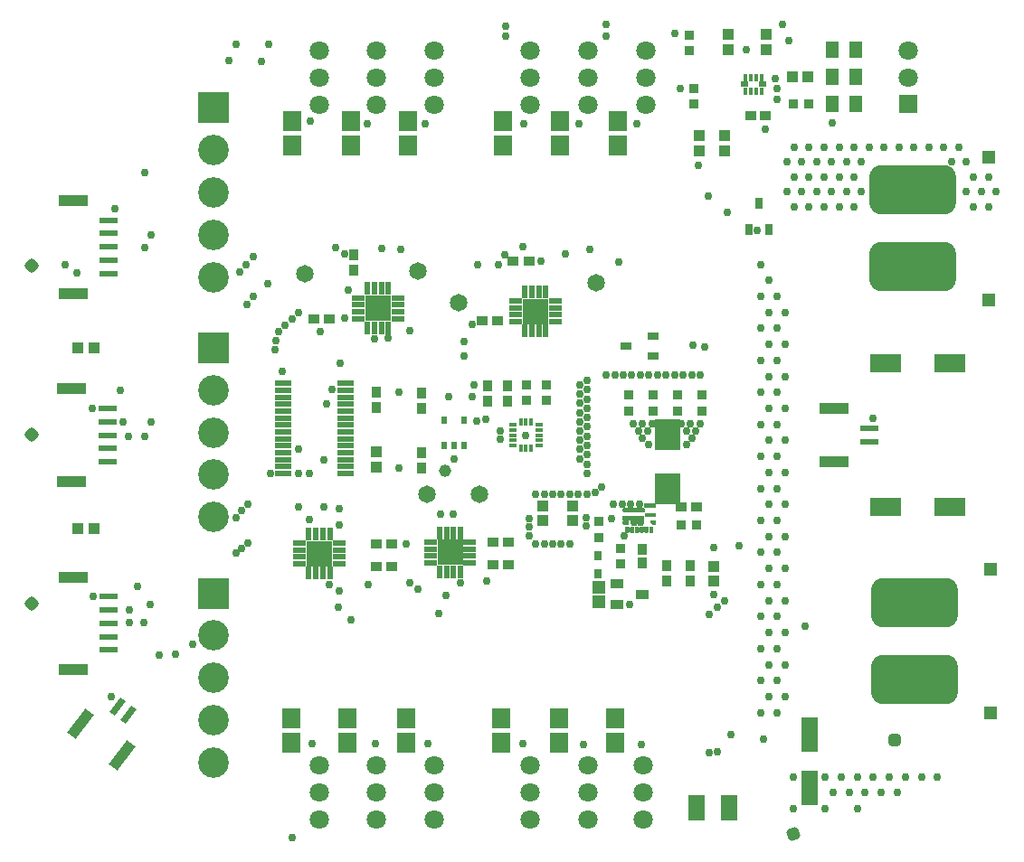
<source format=gts>
G04*
G04 #@! TF.GenerationSoftware,Altium Limited,Altium Designer,24.1.2 (44)*
G04*
G04 Layer_Color=8388736*
%FSLAX25Y25*%
%MOIN*%
G70*
G04*
G04 #@! TF.SameCoordinates,2D7E79AC-0914-4B2E-807A-CDA8686B17FA*
G04*
G04*
G04 #@! TF.FilePolarity,Negative*
G04*
G01*
G75*
%ADD16R,0.09252X0.09252*%
%ADD17R,0.04724X0.01968*%
%ADD18R,0.01968X0.04724*%
%ADD19R,0.11024X0.03937*%
%ADD20R,0.06693X0.02362*%
G04:AMPARAMS|DCode=21|XSize=39.37mil|YSize=110.24mil|CornerRadius=0mil|HoleSize=0mil|Usage=FLASHONLY|Rotation=323.000|XOffset=0mil|YOffset=0mil|HoleType=Round|Shape=Rectangle|*
%AMROTATEDRECTD21*
4,1,4,-0.04889,-0.03217,0.01745,0.05587,0.04889,0.03217,-0.01745,-0.05587,-0.04889,-0.03217,0.0*
%
%ADD21ROTATEDRECTD21*%

G04:AMPARAMS|DCode=22|XSize=23.62mil|YSize=66.93mil|CornerRadius=0mil|HoleSize=0mil|Usage=FLASHONLY|Rotation=323.000|XOffset=0mil|YOffset=0mil|HoleType=Round|Shape=Rectangle|*
%AMROTATEDRECTD22*
4,1,4,-0.02957,-0.01962,0.01071,0.03383,0.02957,0.01962,-0.01071,-0.03383,-0.02957,-0.01962,0.0*
%
%ADD22ROTATEDRECTD22*%

%ADD23R,0.09252X0.11221*%
%ADD24R,0.02953X0.03937*%
%ADD25R,0.03937X0.02953*%
%ADD26R,0.03071X0.01968*%
%ADD27R,0.01772X0.02874*%
%ADD28R,0.01575X0.02874*%
%ADD29R,0.03775X0.03591*%
%ADD30R,0.03961X0.04153*%
%ADD31R,0.04153X0.03961*%
%ADD32R,0.07111X0.07303*%
%ADD33R,0.06496X0.09252*%
%ADD34R,0.03773X0.03963*%
%ADD35R,0.03591X0.03775*%
%ADD36R,0.03591X0.04154*%
%ADD37R,0.04154X0.03591*%
%ADD38R,0.03591X0.04453*%
%ADD39R,0.04528X0.03347*%
%ADD40R,0.03788X0.03766*%
%ADD41R,0.03150X0.03543*%
%ADD42R,0.04921X0.04528*%
%ADD43R,0.06398X0.02362*%
%ADD44R,0.06299X0.12598*%
%ADD45R,0.02165X0.03150*%
%ADD46R,0.03812X0.03963*%
%ADD47R,0.03591X0.03970*%
%ADD48R,0.11614X0.06890*%
%ADD49R,0.03772X0.03591*%
%ADD50R,0.03961X0.04351*%
%ADD51R,0.03591X0.03772*%
G04:AMPARAMS|DCode=52|XSize=320.87mil|YSize=183.07mil|CornerRadius=47.24mil|HoleSize=0mil|Usage=FLASHONLY|Rotation=0.000|XOffset=0mil|YOffset=0mil|HoleType=Round|Shape=RoundedRectangle|*
%AMROUNDEDRECTD52*
21,1,0.32087,0.08858,0,0,0.0*
21,1,0.22638,0.18307,0,0,0.0*
1,1,0.09449,0.11319,-0.04429*
1,1,0.09449,-0.11319,-0.04429*
1,1,0.09449,-0.11319,0.04429*
1,1,0.09449,0.11319,0.04429*
%
%ADD52ROUNDEDRECTD52*%
%ADD53R,0.04433X0.03773*%
%ADD54R,0.02559X0.01772*%
%ADD55R,0.01772X0.02559*%
G04:AMPARAMS|DCode=56|XSize=45.28mil|YSize=45.28mil|CornerRadius=12.8mil|HoleSize=0mil|Usage=FLASHONLY|Rotation=112.000|XOffset=0mil|YOffset=0mil|HoleType=Round|Shape=RoundedRectangle|*
%AMROUNDEDRECTD56*
21,1,0.04528,0.01968,0,0,112.0*
21,1,0.01968,0.04528,0,0,112.0*
1,1,0.02559,0.00544,0.01281*
1,1,0.02559,0.01281,-0.00544*
1,1,0.02559,-0.00544,-0.01281*
1,1,0.02559,-0.01281,0.00544*
%
%ADD56ROUNDEDRECTD56*%
G04:AMPARAMS|DCode=57|XSize=45.28mil|YSize=45.28mil|CornerRadius=12.8mil|HoleSize=0mil|Usage=FLASHONLY|Rotation=135.000|XOffset=0mil|YOffset=0mil|HoleType=Round|Shape=RoundedRectangle|*
%AMROUNDEDRECTD57*
21,1,0.04528,0.01968,0,0,135.0*
21,1,0.01968,0.04528,0,0,135.0*
1,1,0.02559,0.00000,0.01392*
1,1,0.02559,0.01392,0.00000*
1,1,0.02559,0.00000,-0.01392*
1,1,0.02559,-0.01392,0.00000*
%
%ADD57ROUNDEDRECTD57*%
G04:AMPARAMS|DCode=58|XSize=45.28mil|YSize=45.28mil|CornerRadius=12.8mil|HoleSize=0mil|Usage=FLASHONLY|Rotation=225.000|XOffset=0mil|YOffset=0mil|HoleType=Round|Shape=RoundedRectangle|*
%AMROUNDEDRECTD58*
21,1,0.04528,0.01968,0,0,225.0*
21,1,0.01968,0.04528,0,0,225.0*
1,1,0.02559,-0.01392,0.00000*
1,1,0.02559,0.00000,0.01392*
1,1,0.02559,0.01392,0.00000*
1,1,0.02559,0.00000,-0.01392*
%
%ADD58ROUNDEDRECTD58*%
G04:AMPARAMS|DCode=59|XSize=45.28mil|YSize=45.28mil|CornerRadius=12.8mil|HoleSize=0mil|Usage=FLASHONLY|Rotation=0.000|XOffset=0mil|YOffset=0mil|HoleType=Round|Shape=RoundedRectangle|*
%AMROUNDEDRECTD59*
21,1,0.04528,0.01968,0,0,0.0*
21,1,0.01968,0.04528,0,0,0.0*
1,1,0.02559,0.00984,-0.00984*
1,1,0.02559,-0.00984,-0.00984*
1,1,0.02559,-0.00984,0.00984*
1,1,0.02559,0.00984,0.00984*
%
%ADD59ROUNDEDRECTD59*%
%ADD60C,0.07087*%
%ADD61C,0.11221*%
%ADD62R,0.11221X0.11221*%
%ADD63R,0.04528X0.04528*%
%ADD64R,0.07087X0.07087*%
%ADD65R,0.04528X0.06496*%
%ADD66C,0.02953*%
%ADD67C,0.06496*%
%ADD68C,0.04528*%
G36*
X-21341Y-222010D02*
X-21305Y-222019D01*
X-21270Y-222033D01*
X-21239Y-222052D01*
X-21210Y-222077D01*
X-21053Y-222234D01*
X-21029Y-222262D01*
X-21009Y-222294D01*
X-20995Y-222328D01*
X-20986Y-222364D01*
X-20983Y-222402D01*
Y-223189D01*
X-20986Y-223226D01*
X-20995Y-223262D01*
X-21009Y-223296D01*
X-21029Y-223328D01*
X-21053Y-223357D01*
X-21210Y-223514D01*
X-21239Y-223538D01*
X-21270Y-223558D01*
X-21305Y-223572D01*
X-21341Y-223581D01*
X-21378Y-223583D01*
X-25157D01*
X-25195Y-223581D01*
X-25231Y-223572D01*
X-25265Y-223558D01*
X-25297Y-223538D01*
X-25325Y-223514D01*
X-25349Y-223486D01*
X-25369Y-223454D01*
X-25383Y-223420D01*
X-25392Y-223383D01*
X-25394Y-223346D01*
Y-222244D01*
X-25392Y-222207D01*
X-25383Y-222171D01*
X-25369Y-222136D01*
X-25349Y-222105D01*
X-25325Y-222077D01*
X-25297Y-222052D01*
X-25265Y-222033D01*
X-25231Y-222019D01*
X-25195Y-222010D01*
X-25157Y-222007D01*
X-21378D01*
X-21341Y-222010D01*
D02*
G37*
G36*
X-25396Y-223782D02*
X-25360Y-223790D01*
X-25326Y-223805D01*
X-25294Y-223824D01*
X-25265Y-223848D01*
X-25241Y-223877D01*
X-25222Y-223908D01*
X-25208Y-223942D01*
X-25199Y-223979D01*
X-25196Y-224016D01*
Y-225118D01*
X-25199Y-225155D01*
X-25208Y-225191D01*
X-25222Y-225226D01*
X-25241Y-225257D01*
X-25265Y-225286D01*
X-25294Y-225310D01*
X-25326Y-225329D01*
X-25360Y-225343D01*
X-25396Y-225352D01*
X-25433Y-225355D01*
X-32874D01*
X-32911Y-225352D01*
X-32947Y-225343D01*
X-32982Y-225329D01*
X-33013Y-225310D01*
X-33042Y-225286D01*
X-33199Y-225128D01*
X-33223Y-225100D01*
X-33243Y-225068D01*
X-33257Y-225034D01*
X-33266Y-224998D01*
X-33268Y-224961D01*
Y-224173D01*
X-33266Y-224136D01*
X-33257Y-224100D01*
X-33243Y-224066D01*
X-33223Y-224034D01*
X-33199Y-224006D01*
X-33042Y-223848D01*
X-33013Y-223824D01*
X-32982Y-223805D01*
X-32947Y-223790D01*
X-32911Y-223782D01*
X-32874Y-223779D01*
X-25433D01*
X-25396Y-223782D01*
D02*
G37*
G36*
X-21083Y-227126D02*
X-25138D01*
Y-225551D01*
X-21083D01*
Y-227126D01*
D02*
G37*
G36*
X-25473Y-228189D02*
X-33347D01*
Y-226614D01*
X-25473D01*
Y-228189D01*
D02*
G37*
G36*
X-21183Y-228388D02*
X-21147Y-228397D01*
X-21113Y-228411D01*
X-21081Y-228430D01*
X-21053Y-228454D01*
X-21029Y-228483D01*
X-21009Y-228515D01*
X-20995Y-228549D01*
X-20986Y-228585D01*
X-20983Y-228622D01*
Y-229724D01*
X-20986Y-229762D01*
X-20995Y-229798D01*
X-21009Y-229832D01*
X-21029Y-229864D01*
X-21053Y-229892D01*
X-21081Y-229916D01*
X-21113Y-229936D01*
X-21147Y-229950D01*
X-21183Y-229958D01*
X-21220Y-229961D01*
X-22157D01*
X-22194Y-229958D01*
X-22230Y-229950D01*
X-22264Y-229936D01*
X-22296Y-229916D01*
X-22324Y-229892D01*
X-23160Y-229057D01*
X-23184Y-229029D01*
X-23196Y-229009D01*
X-23203Y-228997D01*
X-23207Y-228987D01*
X-23217Y-228962D01*
X-23226Y-228926D01*
X-23229Y-228889D01*
Y-228622D01*
X-23226Y-228585D01*
X-23217Y-228549D01*
X-23203Y-228515D01*
X-23184Y-228483D01*
X-23160Y-228454D01*
X-23131Y-228430D01*
X-23100Y-228411D01*
X-23065Y-228397D01*
X-23029Y-228388D01*
X-22992Y-228385D01*
X-21220D01*
X-21183Y-228388D01*
D02*
G37*
G36*
X-31223D02*
X-31187Y-228397D01*
X-31152Y-228411D01*
X-31121Y-228430D01*
X-31092Y-228454D01*
X-31068Y-228483D01*
X-31049Y-228515D01*
X-31034Y-228549D01*
X-31026Y-228585D01*
X-31023Y-228622D01*
Y-229724D01*
X-31026Y-229762D01*
X-31034Y-229798D01*
X-31049Y-229832D01*
X-31068Y-229864D01*
X-31092Y-229892D01*
X-31121Y-229916D01*
X-31152Y-229936D01*
X-31187Y-229950D01*
X-31223Y-229958D01*
X-31260Y-229961D01*
X-32874D01*
X-32911Y-229958D01*
X-32947Y-229950D01*
X-32982Y-229936D01*
X-33013Y-229916D01*
X-33042Y-229892D01*
X-33199Y-229734D01*
X-33223Y-229706D01*
X-33243Y-229675D01*
X-33257Y-229640D01*
X-33266Y-229604D01*
X-33268Y-229567D01*
Y-228780D01*
X-33266Y-228743D01*
X-33257Y-228706D01*
X-33243Y-228672D01*
X-33223Y-228640D01*
X-33199Y-228612D01*
X-33042Y-228454D01*
X-33013Y-228430D01*
X-32982Y-228411D01*
X-32947Y-228397D01*
X-32911Y-228388D01*
X-32874Y-228385D01*
X-31260D01*
X-31223Y-228388D01*
D02*
G37*
G36*
X-22109Y-230632D02*
X-22072Y-230641D01*
X-22038Y-230655D01*
X-22006Y-230674D01*
X-21978Y-230699D01*
X-21954Y-230727D01*
X-21935Y-230759D01*
X-21920Y-230793D01*
X-21912Y-230829D01*
X-21909Y-230866D01*
Y-232480D01*
X-21912Y-232517D01*
X-21920Y-232554D01*
X-21935Y-232588D01*
X-21954Y-232620D01*
X-21978Y-232648D01*
X-22136Y-232805D01*
X-22164Y-232829D01*
X-22196Y-232849D01*
X-22230Y-232863D01*
X-22266Y-232872D01*
X-22303Y-232875D01*
X-23091D01*
X-23128Y-232872D01*
X-23164Y-232863D01*
X-23198Y-232849D01*
X-23230Y-232829D01*
X-23258Y-232805D01*
X-23416Y-232648D01*
X-23440Y-232620D01*
X-23459Y-232588D01*
X-23473Y-232554D01*
X-23482Y-232517D01*
X-23485Y-232480D01*
Y-230866D01*
X-23482Y-230829D01*
X-23473Y-230793D01*
X-23459Y-230759D01*
X-23440Y-230727D01*
X-23416Y-230699D01*
X-23387Y-230674D01*
X-23356Y-230655D01*
X-23321Y-230641D01*
X-23285Y-230632D01*
X-23248Y-230629D01*
X-22146D01*
X-22109Y-230632D01*
D02*
G37*
G36*
X-23880D02*
X-23844Y-230641D01*
X-23810Y-230655D01*
X-23778Y-230674D01*
X-23750Y-230699D01*
X-23726Y-230727D01*
X-23706Y-230759D01*
X-23692Y-230793D01*
X-23683Y-230829D01*
X-23680Y-230866D01*
Y-232480D01*
X-23683Y-232517D01*
X-23692Y-232554D01*
X-23706Y-232588D01*
X-23726Y-232620D01*
X-23750Y-232648D01*
X-23907Y-232805D01*
X-23935Y-232829D01*
X-23967Y-232849D01*
X-24002Y-232863D01*
X-24038Y-232872D01*
X-24075Y-232875D01*
X-24862D01*
X-24899Y-232872D01*
X-24935Y-232863D01*
X-24970Y-232849D01*
X-25001Y-232829D01*
X-25030Y-232805D01*
X-25187Y-232648D01*
X-25211Y-232620D01*
X-25231Y-232588D01*
X-25245Y-232554D01*
X-25254Y-232517D01*
X-25257Y-232480D01*
Y-230866D01*
X-25254Y-230829D01*
X-25245Y-230793D01*
X-25231Y-230759D01*
X-25211Y-230727D01*
X-25187Y-230699D01*
X-25159Y-230674D01*
X-25127Y-230655D01*
X-25093Y-230641D01*
X-25057Y-230632D01*
X-25020Y-230629D01*
X-23917D01*
X-23880Y-230632D01*
D02*
G37*
G36*
X-25652D02*
X-25616Y-230641D01*
X-25581Y-230655D01*
X-25550Y-230674D01*
X-25521Y-230699D01*
X-25497Y-230727D01*
X-25478Y-230759D01*
X-25464Y-230793D01*
X-25455Y-230829D01*
X-25452Y-230866D01*
Y-232480D01*
X-25455Y-232517D01*
X-25464Y-232554D01*
X-25478Y-232588D01*
X-25497Y-232620D01*
X-25521Y-232648D01*
X-25679Y-232805D01*
X-25707Y-232829D01*
X-25739Y-232849D01*
X-25773Y-232863D01*
X-25809Y-232872D01*
X-25846Y-232875D01*
X-26634D01*
X-26671Y-232872D01*
X-26707Y-232863D01*
X-26741Y-232849D01*
X-26773Y-232829D01*
X-26801Y-232805D01*
X-26959Y-232648D01*
X-26983Y-232620D01*
X-27003Y-232588D01*
X-27017Y-232554D01*
X-27025Y-232517D01*
X-27028Y-232480D01*
Y-230866D01*
X-27025Y-230829D01*
X-27017Y-230793D01*
X-27003Y-230759D01*
X-26983Y-230727D01*
X-26959Y-230699D01*
X-26931Y-230674D01*
X-26899Y-230655D01*
X-26865Y-230641D01*
X-26828Y-230632D01*
X-26791Y-230629D01*
X-25689D01*
X-25652Y-230632D01*
D02*
G37*
G36*
X-27424D02*
X-27387Y-230641D01*
X-27353Y-230655D01*
X-27321Y-230674D01*
X-27293Y-230699D01*
X-27269Y-230727D01*
X-27250Y-230759D01*
X-27235Y-230793D01*
X-27227Y-230829D01*
X-27224Y-230866D01*
Y-232480D01*
X-27227Y-232517D01*
X-27235Y-232554D01*
X-27250Y-232588D01*
X-27269Y-232620D01*
X-27293Y-232648D01*
X-27451Y-232805D01*
X-27479Y-232829D01*
X-27511Y-232849D01*
X-27545Y-232863D01*
X-27581Y-232872D01*
X-27618Y-232875D01*
X-28405D01*
X-28443Y-232872D01*
X-28479Y-232863D01*
X-28513Y-232849D01*
X-28545Y-232829D01*
X-28573Y-232805D01*
X-28730Y-232648D01*
X-28755Y-232620D01*
X-28774Y-232588D01*
X-28788Y-232554D01*
X-28797Y-232517D01*
X-28800Y-232480D01*
Y-230866D01*
X-28797Y-230829D01*
X-28788Y-230793D01*
X-28774Y-230759D01*
X-28755Y-230727D01*
X-28730Y-230699D01*
X-28702Y-230674D01*
X-28671Y-230655D01*
X-28636Y-230641D01*
X-28600Y-230632D01*
X-28563Y-230629D01*
X-27461D01*
X-27424Y-230632D01*
D02*
G37*
G36*
X-29195D02*
X-29159Y-230641D01*
X-29125Y-230655D01*
X-29093Y-230674D01*
X-29065Y-230699D01*
X-29041Y-230727D01*
X-29021Y-230759D01*
X-29007Y-230793D01*
X-28998Y-230829D01*
X-28995Y-230866D01*
Y-232480D01*
X-28998Y-232517D01*
X-29007Y-232554D01*
X-29021Y-232588D01*
X-29041Y-232620D01*
X-29065Y-232648D01*
X-29222Y-232805D01*
X-29250Y-232829D01*
X-29282Y-232849D01*
X-29317Y-232863D01*
X-29353Y-232872D01*
X-29390Y-232875D01*
X-30177D01*
X-30214Y-232872D01*
X-30250Y-232863D01*
X-30285Y-232849D01*
X-30316Y-232829D01*
X-30345Y-232805D01*
X-30502Y-232648D01*
X-30526Y-232620D01*
X-30546Y-232588D01*
X-30560Y-232554D01*
X-30569Y-232517D01*
X-30572Y-232480D01*
Y-230866D01*
X-30569Y-230829D01*
X-30560Y-230793D01*
X-30546Y-230759D01*
X-30526Y-230727D01*
X-30502Y-230699D01*
X-30474Y-230674D01*
X-30442Y-230655D01*
X-30408Y-230641D01*
X-30372Y-230632D01*
X-30335Y-230629D01*
X-29232D01*
X-29195Y-230632D01*
D02*
G37*
G36*
X-30967D02*
X-30931Y-230641D01*
X-30896Y-230655D01*
X-30865Y-230674D01*
X-30836Y-230699D01*
X-30812Y-230727D01*
X-30793Y-230759D01*
X-30779Y-230793D01*
X-30770Y-230829D01*
X-30767Y-230866D01*
Y-232480D01*
X-30770Y-232517D01*
X-30779Y-232554D01*
X-30793Y-232588D01*
X-30812Y-232620D01*
X-30836Y-232648D01*
X-30994Y-232805D01*
X-31022Y-232829D01*
X-31054Y-232849D01*
X-31088Y-232863D01*
X-31124Y-232872D01*
X-31161Y-232875D01*
X-31949D01*
X-31986Y-232872D01*
X-32022Y-232863D01*
X-32056Y-232849D01*
X-32088Y-232829D01*
X-32116Y-232805D01*
X-32274Y-232648D01*
X-32298Y-232620D01*
X-32317Y-232588D01*
X-32332Y-232554D01*
X-32340Y-232517D01*
X-32343Y-232480D01*
Y-230866D01*
X-32340Y-230829D01*
X-32332Y-230793D01*
X-32317Y-230759D01*
X-32298Y-230727D01*
X-32274Y-230699D01*
X-32246Y-230674D01*
X-32214Y-230655D01*
X-32179Y-230641D01*
X-32143Y-230632D01*
X-32106Y-230629D01*
X-31004D01*
X-30967Y-230632D01*
D02*
G37*
D16*
X-96850Y-240118D02*
D03*
X-145059Y-240512D02*
D03*
X-123427Y-150049D02*
D03*
X-65402Y-151166D02*
D03*
D17*
X-137776Y-244350D02*
D03*
Y-241791D02*
D03*
Y-239232D02*
D03*
Y-236673D02*
D03*
X-152342D02*
D03*
Y-239232D02*
D03*
Y-241791D02*
D03*
Y-244350D02*
D03*
X-89567Y-243957D02*
D03*
Y-241398D02*
D03*
Y-238839D02*
D03*
Y-236280D02*
D03*
X-104134D02*
D03*
Y-238839D02*
D03*
Y-241398D02*
D03*
Y-243957D02*
D03*
X-116144Y-146211D02*
D03*
Y-148770D02*
D03*
Y-151329D02*
D03*
Y-153888D02*
D03*
X-130711D02*
D03*
Y-151329D02*
D03*
Y-148770D02*
D03*
Y-146211D02*
D03*
X-72686Y-147327D02*
D03*
Y-149886D02*
D03*
Y-152445D02*
D03*
Y-155004D02*
D03*
X-58119D02*
D03*
Y-152445D02*
D03*
Y-149886D02*
D03*
Y-147327D02*
D03*
D18*
X-141220Y-233228D02*
D03*
X-143780D02*
D03*
X-146339D02*
D03*
X-148898D02*
D03*
Y-247795D02*
D03*
X-146339D02*
D03*
X-143780D02*
D03*
X-141220D02*
D03*
X-93012Y-232835D02*
D03*
X-95571D02*
D03*
X-98130D02*
D03*
X-100689D02*
D03*
Y-247402D02*
D03*
X-98130D02*
D03*
X-95571D02*
D03*
X-93012D02*
D03*
X-127266Y-142766D02*
D03*
X-124707D02*
D03*
X-122148D02*
D03*
X-119589D02*
D03*
Y-157333D02*
D03*
X-122148D02*
D03*
X-124707D02*
D03*
X-127266D02*
D03*
X-69241Y-158449D02*
D03*
X-66682D02*
D03*
X-64123D02*
D03*
X-61564D02*
D03*
Y-143882D02*
D03*
X-64123D02*
D03*
X-66682D02*
D03*
X-69241D02*
D03*
D19*
X44453Y-206594D02*
D03*
Y-187106D02*
D03*
X-235827Y-249193D02*
D03*
Y-283445D02*
D03*
Y-144508D02*
D03*
Y-110256D02*
D03*
X-236280Y-213976D02*
D03*
Y-179724D02*
D03*
D20*
X57642Y-194390D02*
D03*
Y-199311D02*
D03*
X-222638Y-256476D02*
D03*
Y-261398D02*
D03*
Y-266319D02*
D03*
Y-271240D02*
D03*
Y-276161D02*
D03*
Y-137224D02*
D03*
Y-132303D02*
D03*
Y-127382D02*
D03*
Y-122461D02*
D03*
Y-117539D02*
D03*
X-223091Y-206693D02*
D03*
Y-201772D02*
D03*
Y-196850D02*
D03*
Y-191929D02*
D03*
Y-187008D02*
D03*
D21*
X-217598Y-314941D02*
D03*
X-233162Y-303213D02*
D03*
D22*
X-219408Y-297063D02*
D03*
X-215478Y-300025D02*
D03*
D23*
X-16863Y-216605D02*
D03*
Y-196526D02*
D03*
D24*
X13184Y-121019D02*
D03*
X20665D02*
D03*
X16924Y-111177D02*
D03*
D25*
X-22146Y-167757D02*
D03*
Y-160277D02*
D03*
X-31989Y-164017D02*
D03*
D26*
X18228Y-67480D02*
D03*
X11457D02*
D03*
D27*
X17795Y-70000D02*
D03*
X11890D02*
D03*
Y-64961D02*
D03*
X17795D02*
D03*
D28*
X15827Y-70000D02*
D03*
X13858D02*
D03*
Y-64961D02*
D03*
X15827D02*
D03*
D29*
X29441Y-74679D02*
D03*
X35163D02*
D03*
D30*
X4370Y-86412D02*
D03*
Y-92126D02*
D03*
X-5118Y-86412D02*
D03*
Y-92126D02*
D03*
X-123980Y-208811D02*
D03*
Y-203097D02*
D03*
X5565Y-54808D02*
D03*
Y-49095D02*
D03*
X19646Y-54808D02*
D03*
Y-49095D02*
D03*
D31*
X34974Y-64684D02*
D03*
X29260D02*
D03*
X-233905Y-164536D02*
D03*
X-228191D02*
D03*
X-233905Y-231428D02*
D03*
X-228191D02*
D03*
D32*
X-155157Y-81024D02*
D03*
Y-89887D02*
D03*
X-36220Y-310298D02*
D03*
Y-301434D02*
D03*
X-56654Y-310298D02*
D03*
Y-301434D02*
D03*
X-77913Y-310298D02*
D03*
Y-301434D02*
D03*
X-113228D02*
D03*
Y-310298D02*
D03*
X-134606Y-301434D02*
D03*
Y-310298D02*
D03*
X-155551D02*
D03*
Y-301434D02*
D03*
X-112362Y-81024D02*
D03*
Y-89887D02*
D03*
X-133425Y-81024D02*
D03*
Y-89887D02*
D03*
X-77507D02*
D03*
Y-81024D02*
D03*
X-56299Y-89887D02*
D03*
Y-81024D02*
D03*
X-35079Y-89887D02*
D03*
Y-81024D02*
D03*
D33*
X6002Y-334189D02*
D03*
X-6203D02*
D03*
D34*
X-82970Y-184241D02*
D03*
Y-178526D02*
D03*
D35*
X-68622Y-184154D02*
D03*
Y-178432D02*
D03*
X-61417D02*
D03*
Y-184154D02*
D03*
X-7047Y-69068D02*
D03*
Y-74790D02*
D03*
X-8701Y-49275D02*
D03*
Y-54998D02*
D03*
D36*
X-75787Y-184335D02*
D03*
Y-178622D02*
D03*
X-132283Y-135927D02*
D03*
Y-130215D02*
D03*
X-16921Y-245014D02*
D03*
Y-250727D02*
D03*
D37*
X-73565Y-132717D02*
D03*
X-67852D02*
D03*
X-84982Y-154791D02*
D03*
X-79270D02*
D03*
X-124016Y-245276D02*
D03*
X-118303D02*
D03*
X-124185Y-236953D02*
D03*
X-118473D02*
D03*
X-75372Y-244567D02*
D03*
X-81085D02*
D03*
X-75427Y-236323D02*
D03*
X-81140D02*
D03*
X-141240Y-153839D02*
D03*
X-146953D02*
D03*
X-11876Y-223376D02*
D03*
X-6163D02*
D03*
D38*
X-26182Y-244149D02*
D03*
Y-239106D02*
D03*
D39*
X-35433Y-251811D02*
D03*
Y-259291D02*
D03*
X-25984Y-255551D02*
D03*
D40*
X-33907Y-238545D02*
D03*
Y-244458D02*
D03*
X-41969Y-228698D02*
D03*
Y-234610D02*
D03*
D41*
X-42402Y-247992D02*
D03*
Y-241299D02*
D03*
D42*
X-42205Y-258425D02*
D03*
Y-252913D02*
D03*
D43*
X-158451Y-177721D02*
D03*
Y-180280D02*
D03*
Y-182839D02*
D03*
Y-185398D02*
D03*
Y-187958D02*
D03*
Y-190517D02*
D03*
Y-193076D02*
D03*
Y-195635D02*
D03*
Y-198194D02*
D03*
Y-200753D02*
D03*
Y-203312D02*
D03*
Y-205871D02*
D03*
Y-208430D02*
D03*
Y-210989D02*
D03*
X-135318D02*
D03*
Y-208430D02*
D03*
Y-205871D02*
D03*
Y-203312D02*
D03*
Y-200753D02*
D03*
Y-198194D02*
D03*
Y-195635D02*
D03*
Y-193076D02*
D03*
Y-190517D02*
D03*
Y-187958D02*
D03*
Y-185398D02*
D03*
Y-182839D02*
D03*
Y-180280D02*
D03*
Y-177721D02*
D03*
D44*
X35542Y-326969D02*
D03*
Y-307284D02*
D03*
D45*
X-99134Y-191339D02*
D03*
X-91654D02*
D03*
Y-200787D02*
D03*
X-95394D02*
D03*
X-99134D02*
D03*
D46*
X-107242Y-203396D02*
D03*
Y-209111D02*
D03*
Y-186955D02*
D03*
Y-181239D02*
D03*
X-8290Y-245014D02*
D03*
Y-250730D02*
D03*
D47*
X-124165Y-186557D02*
D03*
Y-181031D02*
D03*
D48*
X63583Y-170276D02*
D03*
Y-223425D02*
D03*
X87205D02*
D03*
Y-170276D02*
D03*
D49*
X-11827Y-229948D02*
D03*
X-6103D02*
D03*
D50*
X301Y-245168D02*
D03*
Y-250684D02*
D03*
X-62764Y-222903D02*
D03*
Y-228420D02*
D03*
X-51878Y-222856D02*
D03*
Y-228372D02*
D03*
D51*
X-30897Y-182133D02*
D03*
Y-187858D02*
D03*
X-22039Y-182133D02*
D03*
Y-187858D02*
D03*
X-13023Y-182133D02*
D03*
Y-187858D02*
D03*
X-4204Y-182133D02*
D03*
Y-187858D02*
D03*
D52*
X74409Y-258661D02*
D03*
X74409Y-287008D02*
D03*
X73740Y-106417D02*
D03*
X73740Y-134764D02*
D03*
D53*
X13875Y-78839D02*
D03*
X19196D02*
D03*
D54*
X-73622Y-192913D02*
D03*
Y-194882D02*
D03*
Y-196850D02*
D03*
Y-198819D02*
D03*
Y-200787D02*
D03*
X-64173D02*
D03*
Y-198819D02*
D03*
Y-196850D02*
D03*
Y-194882D02*
D03*
Y-192913D02*
D03*
D55*
X-70866Y-201575D02*
D03*
X-68898D02*
D03*
X-66929D02*
D03*
Y-192126D02*
D03*
X-68898D02*
D03*
X-70866D02*
D03*
D56*
X29699Y-343851D02*
D03*
D57*
X-251067Y-196809D02*
D03*
Y-134193D02*
D03*
D58*
X-251055Y-259102D02*
D03*
D59*
X66927Y-309183D02*
D03*
D60*
X-67324Y-74910D02*
D03*
Y-64909D02*
D03*
Y-54909D02*
D03*
X-46102Y-338713D02*
D03*
Y-328713D02*
D03*
Y-318713D02*
D03*
X-145120Y-54909D02*
D03*
Y-64909D02*
D03*
Y-74910D02*
D03*
X-67324Y-338713D02*
D03*
Y-328713D02*
D03*
Y-318713D02*
D03*
X-102679D02*
D03*
Y-328713D02*
D03*
Y-338713D02*
D03*
X-123899D02*
D03*
Y-328713D02*
D03*
Y-318713D02*
D03*
X-145120Y-338713D02*
D03*
Y-328713D02*
D03*
Y-318713D02*
D03*
X-123899Y-74910D02*
D03*
Y-64909D02*
D03*
Y-54909D02*
D03*
X-102679Y-74910D02*
D03*
Y-64909D02*
D03*
Y-54909D02*
D03*
X-24884D02*
D03*
Y-64909D02*
D03*
Y-74910D02*
D03*
X-25811Y-338713D02*
D03*
Y-328713D02*
D03*
Y-318713D02*
D03*
X-46104Y-54909D02*
D03*
Y-64909D02*
D03*
Y-74910D02*
D03*
X72047Y-55098D02*
D03*
Y-64940D02*
D03*
D61*
X-184055Y-138504D02*
D03*
Y-122913D02*
D03*
Y-107323D02*
D03*
Y-91732D02*
D03*
Y-317559D02*
D03*
Y-301969D02*
D03*
Y-286378D02*
D03*
Y-270787D02*
D03*
Y-180256D02*
D03*
Y-195846D02*
D03*
Y-211437D02*
D03*
Y-227028D02*
D03*
D62*
Y-76142D02*
D03*
Y-255197D02*
D03*
Y-164665D02*
D03*
D63*
X102165Y-246457D02*
D03*
Y-299213D02*
D03*
X101496Y-94213D02*
D03*
Y-146968D02*
D03*
D64*
X72047Y-74783D02*
D03*
D65*
X44094Y-64695D02*
D03*
X52756D02*
D03*
X52559Y-54685D02*
D03*
X43898D02*
D03*
X52756Y-74705D02*
D03*
X44094D02*
D03*
D66*
X12205Y-54724D02*
D03*
X25591Y-45276D02*
D03*
X27953Y-51181D02*
D03*
X-1350Y-263161D02*
D03*
X1575Y-260236D02*
D03*
X4331Y-257874D02*
D03*
X394Y-255512D02*
D03*
X18464Y-308842D02*
D03*
X59055Y-190551D02*
D03*
X33858Y-267323D02*
D03*
X6693Y-307480D02*
D03*
X9449Y-237795D02*
D03*
X-238583Y-133858D02*
D03*
X-234252Y-137008D02*
D03*
X-221654Y-293307D02*
D03*
X-198031Y-277559D02*
D03*
X-191732Y-274016D02*
D03*
X-155118Y-345276D02*
D03*
X-9843Y-200394D02*
D03*
X-23622D02*
D03*
X-7874Y-198031D02*
D03*
X-25984D02*
D03*
X-76378Y-46063D02*
D03*
X-30709Y-259449D02*
D03*
X-1518Y-313835D02*
D03*
X1575Y-313779D02*
D03*
X82677Y-322835D02*
D03*
X76771D02*
D03*
X70866D02*
D03*
X64960D02*
D03*
X67913Y-328740D02*
D03*
X59055Y-322835D02*
D03*
X62008Y-328740D02*
D03*
X53149Y-322835D02*
D03*
X56102Y-328740D02*
D03*
X53149Y-334646D02*
D03*
X47244Y-322835D02*
D03*
X50197Y-328740D02*
D03*
X41339Y-322835D02*
D03*
X44291Y-328740D02*
D03*
X41339Y-334646D02*
D03*
X29527Y-322835D02*
D03*
Y-334646D02*
D03*
X101575Y-101575D02*
D03*
X104331Y-107087D02*
D03*
X101575Y-112599D02*
D03*
X96063Y-101575D02*
D03*
X98819Y-107087D02*
D03*
X96063Y-112599D02*
D03*
X90551Y-90551D02*
D03*
X93307Y-96063D02*
D03*
Y-107087D02*
D03*
X85039Y-90551D02*
D03*
X87795Y-96063D02*
D03*
X79527Y-90551D02*
D03*
X74016D02*
D03*
X68504D02*
D03*
X62992D02*
D03*
X57480D02*
D03*
X51968D02*
D03*
X54724Y-96063D02*
D03*
X51968Y-101575D02*
D03*
X54724Y-107087D02*
D03*
X51968Y-112599D02*
D03*
X46457Y-90551D02*
D03*
X49213Y-96063D02*
D03*
X46457Y-101575D02*
D03*
X49213Y-107087D02*
D03*
X46457Y-112599D02*
D03*
X40945Y-90551D02*
D03*
X43701Y-96063D02*
D03*
X40945Y-101575D02*
D03*
X43701Y-107087D02*
D03*
X40945Y-112599D02*
D03*
X35433Y-90551D02*
D03*
X38189Y-96063D02*
D03*
X35433Y-101575D02*
D03*
X38189Y-107087D02*
D03*
X35433Y-112599D02*
D03*
X29921Y-90551D02*
D03*
X32677Y-96063D02*
D03*
X29921Y-101575D02*
D03*
X32677Y-107087D02*
D03*
X29921Y-112599D02*
D03*
X27165Y-96063D02*
D03*
Y-107087D02*
D03*
X-88583Y-155905D02*
D03*
X-86614Y-133858D02*
D03*
X-114961Y-128347D02*
D03*
X-76772Y-130315D02*
D03*
X-79134Y-133949D02*
D03*
X-3150Y-164173D02*
D03*
X-7480Y-163779D02*
D03*
X-63386Y-132677D02*
D03*
X-54331Y-129921D02*
D03*
X-34646Y-133071D02*
D03*
X-45276Y-128347D02*
D03*
X-138976Y-127559D02*
D03*
X-135827Y-129921D02*
D03*
X-155174Y-153881D02*
D03*
X-161200Y-162028D02*
D03*
X-159898Y-158606D02*
D03*
X-152812Y-151519D02*
D03*
X-157733Y-156440D02*
D03*
X-122047Y-127953D02*
D03*
X22835Y-65354D02*
D03*
X23622Y-68898D02*
D03*
X16142Y-121260D02*
D03*
X19291Y-83858D02*
D03*
X-1575Y-108661D02*
D03*
X-5512Y-97244D02*
D03*
X-12205Y-68898D02*
D03*
X-218504Y-180315D02*
D03*
X-217323Y-192126D02*
D03*
X-207087D02*
D03*
X-162992Y-211024D02*
D03*
X-220472Y-113386D02*
D03*
X-209449Y-100000D02*
D03*
X-166535Y-59055D02*
D03*
X-163779Y-52756D02*
D03*
X-175591D02*
D03*
X-158661Y-173228D02*
D03*
X-137795Y-223909D02*
D03*
X-69685Y-81890D02*
D03*
X5118Y-114567D02*
D03*
X-39370Y-174803D02*
D03*
X-46457Y-200669D02*
D03*
X-49213Y-181680D02*
D03*
Y-185092D02*
D03*
X-46457Y-197244D02*
D03*
X-49213Y-188504D02*
D03*
X-46457Y-193819D02*
D03*
X-49213Y-191916D02*
D03*
X-46457Y-190394D02*
D03*
Y-186969D02*
D03*
X-49213Y-178268D02*
D03*
Y-205564D02*
D03*
X-46457Y-183543D02*
D03*
Y-204095D02*
D03*
X-49213Y-202152D02*
D03*
X-46457Y-180118D02*
D03*
Y-207520D02*
D03*
X-49213Y-198740D02*
D03*
X-46457Y-176693D02*
D03*
Y-210945D02*
D03*
X-49213Y-195328D02*
D03*
X-70079Y-127165D02*
D03*
X-171653Y-148819D02*
D03*
X-174409Y-136614D02*
D03*
X-178347Y-58661D02*
D03*
X-169455Y-130939D02*
D03*
X-172047Y-133858D02*
D03*
X-164173Y-140945D02*
D03*
X-169291Y-145669D02*
D03*
X-161417Y-165354D02*
D03*
X-207268Y-259449D02*
D03*
X-76378Y-49606D02*
D03*
X-39370D02*
D03*
Y-45276D02*
D03*
X-203937Y-277953D02*
D03*
X-137402Y-170472D02*
D03*
X-140339Y-179921D02*
D03*
X-142339Y-185433D02*
D03*
X-152756Y-201969D02*
D03*
X-209661Y-266142D02*
D03*
X-214961Y-261417D02*
D03*
X-212205Y-252756D02*
D03*
X-214961Y-266142D02*
D03*
X-215354Y-197244D02*
D03*
X-209449D02*
D03*
Y-127559D02*
D03*
X-207087Y-122835D02*
D03*
X-144882Y-158661D02*
D03*
X-171260Y-222441D02*
D03*
X-173622Y-224803D02*
D03*
X-175803Y-227165D02*
D03*
X-171260Y-236614D02*
D03*
X-173622Y-238583D02*
D03*
X-175844Y-240387D02*
D03*
X-148819Y-211024D02*
D03*
X-152756D02*
D03*
X-148819Y-227953D02*
D03*
X-143307Y-223335D02*
D03*
X-124409Y-310630D02*
D03*
X-152756Y-223335D02*
D03*
X-228740Y-187008D02*
D03*
X-228346Y-256299D02*
D03*
X44094Y-81496D02*
D03*
X23622Y-145669D02*
D03*
X26575Y-151575D02*
D03*
X23622Y-157480D02*
D03*
X26575Y-163386D02*
D03*
X23622Y-169291D02*
D03*
X26575Y-175197D02*
D03*
X23622Y-181102D02*
D03*
X26575Y-187008D02*
D03*
X23622Y-192913D02*
D03*
X26575Y-198819D02*
D03*
X23622Y-204725D02*
D03*
X26575Y-210630D02*
D03*
X23622Y-216535D02*
D03*
X26575Y-222441D02*
D03*
X23622Y-228346D02*
D03*
X26575Y-234252D02*
D03*
X23622Y-240158D02*
D03*
X26575Y-246063D02*
D03*
X23622Y-251969D02*
D03*
X26575Y-257874D02*
D03*
X23622Y-263780D02*
D03*
X26575Y-269685D02*
D03*
X23622Y-275591D02*
D03*
X26575Y-281496D02*
D03*
X23622Y-287402D02*
D03*
X26575Y-293307D02*
D03*
X23622Y-299213D02*
D03*
X17716Y-133858D02*
D03*
X20669Y-139764D02*
D03*
X17716Y-145669D02*
D03*
X20669Y-151575D02*
D03*
X17716Y-157480D02*
D03*
X20669Y-163386D02*
D03*
X17716Y-169291D02*
D03*
X20669Y-175197D02*
D03*
X17716Y-181102D02*
D03*
X20669Y-187008D02*
D03*
X17716Y-192913D02*
D03*
X20669Y-198819D02*
D03*
X17716Y-204725D02*
D03*
X20669Y-210630D02*
D03*
X17716Y-216535D02*
D03*
X20669Y-222441D02*
D03*
X17716Y-228346D02*
D03*
X20669Y-234252D02*
D03*
X17716Y-240158D02*
D03*
X20669Y-246063D02*
D03*
X17716Y-251969D02*
D03*
X20669Y-257874D02*
D03*
X17716Y-263780D02*
D03*
X20669Y-269685D02*
D03*
X17716Y-275591D02*
D03*
X20669Y-281496D02*
D03*
X17716Y-287402D02*
D03*
X20669Y-293307D02*
D03*
X17716Y-299213D02*
D03*
X-32810Y-234081D02*
D03*
X-137795Y-230134D02*
D03*
X-100394Y-226091D02*
D03*
X-95669D02*
D03*
X-143307Y-205906D02*
D03*
X-95276Y-205512D02*
D03*
X-6299Y-195276D02*
D03*
X-9843D02*
D03*
X-24016D02*
D03*
X-27559D02*
D03*
X-4724Y-192520D02*
D03*
X-8268D02*
D03*
X-11811D02*
D03*
X-22441D02*
D03*
X-25984D02*
D03*
X-29528D02*
D03*
X-40945Y-216142D02*
D03*
X-11024Y-174803D02*
D03*
X-29921D02*
D03*
X-33071D02*
D03*
X-26772D02*
D03*
X-36220D02*
D03*
X-23622D02*
D03*
X-7874D02*
D03*
X-14173D02*
D03*
X-17323D02*
D03*
X-20472D02*
D03*
X-4724D02*
D03*
X-30315Y-222441D02*
D03*
X-33465D02*
D03*
X-36614D02*
D03*
X-59055Y-218504D02*
D03*
X-62205D02*
D03*
X-65354D02*
D03*
X-43307Y-218110D02*
D03*
X-49606Y-218504D02*
D03*
X-46457D02*
D03*
X-55905D02*
D03*
X-52756D02*
D03*
X-27165Y-222441D02*
D03*
X-83465Y-250787D02*
D03*
X-135827Y-153543D02*
D03*
X-111811Y-158268D02*
D03*
X-134252Y-143307D02*
D03*
X394Y-238189D02*
D03*
X-111811Y-251181D02*
D03*
X-92913D02*
D03*
X-108661Y-253543D02*
D03*
X-127165Y-251969D02*
D03*
X-141339D02*
D03*
X-137795Y-254331D02*
D03*
X-115748Y-209055D02*
D03*
X-124803Y-161205D02*
D03*
X-88189Y-178347D02*
D03*
X-97244Y-182677D02*
D03*
X-88583D02*
D03*
X-87063Y-191788D02*
D03*
X-101181Y-262598D02*
D03*
X-98425Y-255906D02*
D03*
X-47638Y-311024D02*
D03*
X-26378D02*
D03*
X-70079Y-310630D02*
D03*
X-133465Y-264970D02*
D03*
X-138189Y-260268D02*
D03*
X-127375Y-82052D02*
D03*
X-113146Y-236968D02*
D03*
X-83858Y-190945D02*
D03*
X-67716Y-227559D02*
D03*
Y-233858D02*
D03*
X-78347Y-198425D02*
D03*
X-91725Y-167770D02*
D03*
X-91732Y-162205D02*
D03*
X-78347Y-195276D02*
D03*
X-115748Y-181102D02*
D03*
X-119685Y-161081D02*
D03*
X-147638Y-310630D02*
D03*
X-105118D02*
D03*
X-65354Y-237008D02*
D03*
X-148374Y-81011D02*
D03*
X-105946Y-82064D02*
D03*
X-49370D02*
D03*
X-28156Y-82058D02*
D03*
X-14173Y-48819D02*
D03*
X-55905Y-237008D02*
D03*
X-59055D02*
D03*
X-67716Y-230709D02*
D03*
X-62205Y-237008D02*
D03*
X-52756D02*
D03*
X-46850Y-230315D02*
D03*
Y-227165D02*
D03*
X-37402Y-227559D02*
D03*
X-26772Y-229134D02*
D03*
X-29134D02*
D03*
X-68898Y-196850D02*
D03*
X23622Y-72835D02*
D03*
D67*
X-93701Y-148031D02*
D03*
X-108661Y-136221D02*
D03*
X-42913Y-140551D02*
D03*
X-150394Y-137402D02*
D03*
X-86221Y-218504D02*
D03*
X-105512D02*
D03*
D68*
X-98819Y-209842D02*
D03*
M02*

</source>
